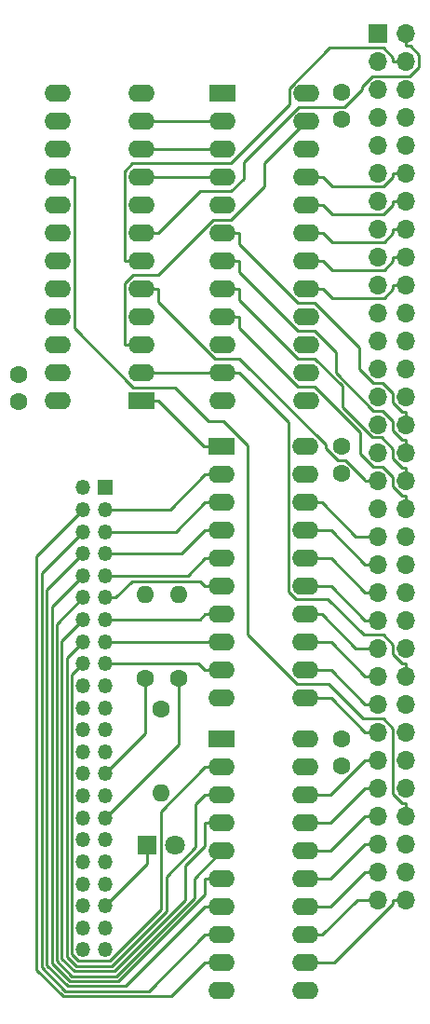
<source format=gbl>
G04 #@! TF.GenerationSoftware,KiCad,Pcbnew,8.0.7*
G04 #@! TF.CreationDate,2025-01-16T17:26:46-05:00*
G04 #@! TF.ProjectId,simple_ide,73696d70-6c65-45f6-9964-652e6b696361,rev?*
G04 #@! TF.SameCoordinates,Original*
G04 #@! TF.FileFunction,Copper,L4,Bot*
G04 #@! TF.FilePolarity,Positive*
%FSLAX46Y46*%
G04 Gerber Fmt 4.6, Leading zero omitted, Abs format (unit mm)*
G04 Created by KiCad (PCBNEW 8.0.7) date 2025-01-16 17:26:46*
%MOMM*%
%LPD*%
G01*
G04 APERTURE LIST*
G04 #@! TA.AperFunction,ComponentPad*
%ADD10O,2.400000X1.600000*%
G04 #@! TD*
G04 #@! TA.AperFunction,ComponentPad*
%ADD11R,2.400000X1.600000*%
G04 #@! TD*
G04 #@! TA.AperFunction,ComponentPad*
%ADD12C,1.600000*%
G04 #@! TD*
G04 #@! TA.AperFunction,ComponentPad*
%ADD13O,1.600000X1.600000*%
G04 #@! TD*
G04 #@! TA.AperFunction,ComponentPad*
%ADD14R,1.800000X1.800000*%
G04 #@! TD*
G04 #@! TA.AperFunction,ComponentPad*
%ADD15C,1.800000*%
G04 #@! TD*
G04 #@! TA.AperFunction,ComponentPad*
%ADD16R,1.350000X1.350000*%
G04 #@! TD*
G04 #@! TA.AperFunction,ComponentPad*
%ADD17O,1.350000X1.350000*%
G04 #@! TD*
G04 #@! TA.AperFunction,ComponentPad*
%ADD18R,1.700000X1.700000*%
G04 #@! TD*
G04 #@! TA.AperFunction,ComponentPad*
%ADD19O,1.700000X1.700000*%
G04 #@! TD*
G04 #@! TA.AperFunction,Conductor*
%ADD20C,0.250000*%
G04 #@! TD*
G04 APERTURE END LIST*
D10*
G04 #@! TO.P,IC2,24,VCC*
G04 #@! TO.N,+5V*
X149480000Y-79000000D03*
G04 #@! TO.P,IC2,23,I/O_10*
G04 #@! TO.N,~{IDECS1}*
X149480000Y-76460000D03*
G04 #@! TO.P,IC2,22,I/O_9*
G04 #@! TO.N,~{IDECS0}*
X149480000Y-73920000D03*
G04 #@! TO.P,IC2,21,I/O_8*
G04 #@! TO.N,A3*
X149480000Y-71380000D03*
G04 #@! TO.P,IC2,20,I/O_7*
G04 #@! TO.N,IDESEL*
X149480000Y-68840000D03*
G04 #@! TO.P,IC2,19,I/O_6*
G04 #@! TO.N,~{IDEWR}*
X149480000Y-66300000D03*
G04 #@! TO.P,IC2,18,I/O_5*
G04 #@! TO.N,~{IDERD}*
X149480000Y-63760000D03*
G04 #@! TO.P,IC2,17,I/O_4*
G04 #@! TO.N,~{IDEBUF}*
X149480000Y-61220000D03*
G04 #@! TO.P,IC2,16,I/O_3*
G04 #@! TO.N,DTACK*
X149480000Y-58680000D03*
G04 #@! TO.P,IC2,15,I/O_2*
G04 #@! TO.N,unconnected-(IC2-I{slash}O_2-Pad15)*
X149480000Y-56140000D03*
G04 #@! TO.P,IC2,14,I/O_1*
G04 #@! TO.N,VPA*
X149480000Y-53600000D03*
G04 #@! TO.P,IC2,13,IN_10*
G04 #@! TO.N,unconnected-(IC2-IN_10-Pad13)*
X149480000Y-51060000D03*
G04 #@! TO.P,IC2,12,GND*
G04 #@! TO.N,GND*
X157100000Y-51060000D03*
G04 #@! TO.P,IC2,11,IN_9*
G04 #@! TO.N,FC2*
X157100000Y-53600000D03*
G04 #@! TO.P,IC2,10,IN_8*
G04 #@! TO.N,FC1*
X157100000Y-56140000D03*
G04 #@! TO.P,IC2,9,IN_7*
G04 #@! TO.N,FC0*
X157100000Y-58680000D03*
G04 #@! TO.P,IC2,8,IN_6*
G04 #@! TO.N,IDERDY*
X157100000Y-61220000D03*
G04 #@! TO.P,IC2,7,IN_5*
G04 #@! TO.N,A1*
X157100000Y-63760000D03*
G04 #@! TO.P,IC2,6,IN_4*
G04 #@! TO.N,A2*
X157100000Y-66300000D03*
G04 #@! TO.P,IC2,5,IN_3*
G04 #@! TO.N,UDS*
X157100000Y-68840000D03*
G04 #@! TO.P,IC2,4,IN/PD*
G04 #@! TO.N,A4*
X157100000Y-71380000D03*
G04 #@! TO.P,IC2,3,IN_2*
G04 #@! TO.N,~{IDECS}*
X157100000Y-73920000D03*
G04 #@! TO.P,IC2,2,IN_1*
G04 #@! TO.N,AS*
X157100000Y-76460000D03*
D11*
G04 #@! TO.P,IC2,1,CLK/IN*
G04 #@! TO.N,RW*
X157100000Y-79000000D03*
G04 #@! TD*
D12*
G04 #@! TO.P,C4,2*
G04 #@! TO.N,GND*
X175350000Y-53450000D03*
G04 #@! TO.P,C4,1*
G04 #@! TO.N,+5V*
X175350000Y-50950000D03*
G04 #@! TD*
G04 #@! TO.P,R2,1*
G04 #@! TO.N,IDERDY*
X157500000Y-104210000D03*
D13*
G04 #@! TO.P,R2,2*
G04 #@! TO.N,GND*
X157500000Y-96590000D03*
G04 #@! TD*
D14*
G04 #@! TO.P,D2,1,K*
G04 #@! TO.N,~{DASP}*
X157625000Y-119400000D03*
D15*
G04 #@! TO.P,D2,2,A*
G04 #@! TO.N,Net-(D2-A)*
X160165000Y-119400000D03*
G04 #@! TD*
D12*
G04 #@! TO.P,C3,2*
G04 #@! TO.N,GND*
X146000000Y-76600000D03*
G04 #@! TO.P,C3,1*
G04 #@! TO.N,+5V*
X146000000Y-79100000D03*
G04 #@! TD*
G04 #@! TO.P,R3,1*
G04 #@! TO.N,INTRQ*
X160500000Y-104210000D03*
D13*
G04 #@! TO.P,R3,2*
G04 #@! TO.N,GND*
X160500000Y-96590000D03*
G04 #@! TD*
D12*
G04 #@! TO.P,C2,1*
G04 #@! TO.N,+5V*
X175350000Y-83135000D03*
G04 #@! TO.P,C2,2*
G04 #@! TO.N,GND*
X175350000Y-85635000D03*
G04 #@! TD*
D11*
G04 #@! TO.P,IC4,1,A->B*
G04 #@! TO.N,RW*
X164430000Y-109760000D03*
D10*
G04 #@! TO.P,IC4,2,A0*
G04 #@! TO.N,BD15*
X164430000Y-112300000D03*
G04 #@! TO.P,IC4,3,A1*
G04 #@! TO.N,BD14*
X164430000Y-114840000D03*
G04 #@! TO.P,IC4,4,A2*
G04 #@! TO.N,BD13*
X164430000Y-117380000D03*
G04 #@! TO.P,IC4,5,A3*
G04 #@! TO.N,BD12*
X164430000Y-119920000D03*
G04 #@! TO.P,IC4,6,A4*
G04 #@! TO.N,BD11*
X164430000Y-122460000D03*
G04 #@! TO.P,IC4,7,A5*
G04 #@! TO.N,BD10*
X164430000Y-125000000D03*
G04 #@! TO.P,IC4,8,A6*
G04 #@! TO.N,BD9*
X164430000Y-127540000D03*
G04 #@! TO.P,IC4,9,A7*
G04 #@! TO.N,BD8*
X164430000Y-130080000D03*
G04 #@! TO.P,IC4,10,GND*
G04 #@! TO.N,GND*
X164430000Y-132620000D03*
G04 #@! TO.P,IC4,11,B7*
G04 #@! TO.N,D0*
X172050000Y-132620000D03*
G04 #@! TO.P,IC4,12,B6*
G04 #@! TO.N,D1*
X172050000Y-130080000D03*
G04 #@! TO.P,IC4,13,B5*
G04 #@! TO.N,D2*
X172050000Y-127540000D03*
G04 #@! TO.P,IC4,14,B4*
G04 #@! TO.N,D3*
X172050000Y-125000000D03*
G04 #@! TO.P,IC4,15,B3*
G04 #@! TO.N,D4*
X172050000Y-122460000D03*
G04 #@! TO.P,IC4,16,B2*
G04 #@! TO.N,D5*
X172050000Y-119920000D03*
G04 #@! TO.P,IC4,17,B1*
G04 #@! TO.N,D6*
X172050000Y-117380000D03*
G04 #@! TO.P,IC4,18,B0*
G04 #@! TO.N,D7*
X172050000Y-114840000D03*
G04 #@! TO.P,IC4,19,CE*
G04 #@! TO.N,IDEBUF*
X172050000Y-112300000D03*
G04 #@! TO.P,IC4,20,VCC*
G04 #@! TO.N,+5V*
X172050000Y-109760000D03*
G04 #@! TD*
G04 #@! TO.P,IC1,24,VCC*
G04 #@! TO.N,+5V*
X172150000Y-51050000D03*
G04 #@! TO.P,IC1,23,I/O_10*
G04 #@! TO.N,~{IDECS}*
X172150000Y-53590000D03*
G04 #@! TO.P,IC1,22,I/O_9*
G04 #@! TO.N,A5*
X172150000Y-56130000D03*
G04 #@! TO.P,IC1,21,I/O_8*
G04 #@! TO.N,A6*
X172150000Y-58670000D03*
G04 #@! TO.P,IC1,20,I/O_7*
G04 #@! TO.N,A7*
X172150000Y-61210000D03*
G04 #@! TO.P,IC1,19,I/O_6*
G04 #@! TO.N,A8*
X172150000Y-63750000D03*
G04 #@! TO.P,IC1,18,I/O_5*
G04 #@! TO.N,A9*
X172150000Y-66290000D03*
G04 #@! TO.P,IC1,17,I/O_4*
G04 #@! TO.N,A10*
X172150000Y-68830000D03*
G04 #@! TO.P,IC1,16,I/O_3*
G04 #@! TO.N,A11*
X172150000Y-71370000D03*
G04 #@! TO.P,IC1,15,I/O_2*
G04 #@! TO.N,A12*
X172150000Y-73910000D03*
G04 #@! TO.P,IC1,14,I/O_1*
G04 #@! TO.N,A13*
X172150000Y-76450000D03*
G04 #@! TO.P,IC1,13,IN_10*
G04 #@! TO.N,A14*
X172150000Y-78990000D03*
G04 #@! TO.P,IC1,12,GND*
G04 #@! TO.N,GND*
X164530000Y-78990000D03*
G04 #@! TO.P,IC1,11,IN_9*
G04 #@! TO.N,AS*
X164530000Y-76450000D03*
G04 #@! TO.P,IC1,10,IN_8*
G04 #@! TO.N,A19*
X164530000Y-73910000D03*
G04 #@! TO.P,IC1,9,IN_7*
G04 #@! TO.N,A18*
X164530000Y-71370000D03*
G04 #@! TO.P,IC1,8,IN_6*
G04 #@! TO.N,A17*
X164530000Y-68830000D03*
G04 #@! TO.P,IC1,7,IN_5*
G04 #@! TO.N,A16*
X164530000Y-66290000D03*
G04 #@! TO.P,IC1,6,IN_4*
G04 #@! TO.N,A15*
X164530000Y-63750000D03*
G04 #@! TO.P,IC1,5,IN_3*
G04 #@! TO.N,unconnected-(IC1-IN_3-Pad5)*
X164530000Y-61210000D03*
G04 #@! TO.P,IC1,4,IN/PD*
G04 #@! TO.N,FC0*
X164530000Y-58670000D03*
G04 #@! TO.P,IC1,3,IN_2*
G04 #@! TO.N,FC1*
X164530000Y-56130000D03*
G04 #@! TO.P,IC1,2,IN_1*
G04 #@! TO.N,FC2*
X164530000Y-53590000D03*
D11*
G04 #@! TO.P,IC1,1,CLK/IN*
G04 #@! TO.N,IOSEL*
X164530000Y-51050000D03*
G04 #@! TD*
D16*
G04 #@! TO.P,J2,1,Pin_1*
G04 #@! TO.N,~{RESET}*
X153800000Y-86900000D03*
D17*
G04 #@! TO.P,J2,2,Pin_2*
G04 #@! TO.N,GND*
X151800000Y-86900000D03*
G04 #@! TO.P,J2,3,Pin_3*
G04 #@! TO.N,BD7*
X153800000Y-88900000D03*
G04 #@! TO.P,J2,4,Pin_4*
G04 #@! TO.N,BD8*
X151800000Y-88900000D03*
G04 #@! TO.P,J2,5,Pin_5*
G04 #@! TO.N,BD6*
X153800000Y-90900000D03*
G04 #@! TO.P,J2,6,Pin_6*
G04 #@! TO.N,BD9*
X151800000Y-90900000D03*
G04 #@! TO.P,J2,7,Pin_7*
G04 #@! TO.N,BD5*
X153800000Y-92900000D03*
G04 #@! TO.P,J2,8,Pin_8*
G04 #@! TO.N,BD10*
X151800000Y-92900000D03*
G04 #@! TO.P,J2,9,Pin_9*
G04 #@! TO.N,BD4*
X153800000Y-94900000D03*
G04 #@! TO.P,J2,10,Pin_10*
G04 #@! TO.N,BD11*
X151800000Y-94900000D03*
G04 #@! TO.P,J2,11,Pin_11*
G04 #@! TO.N,BD3*
X153800000Y-96900000D03*
G04 #@! TO.P,J2,12,Pin_12*
G04 #@! TO.N,BD12*
X151800000Y-96900000D03*
G04 #@! TO.P,J2,13,Pin_13*
G04 #@! TO.N,BD2*
X153800000Y-98900000D03*
G04 #@! TO.P,J2,14,Pin_14*
G04 #@! TO.N,BD13*
X151800000Y-98900000D03*
G04 #@! TO.P,J2,15,Pin_15*
G04 #@! TO.N,BD1*
X153800000Y-100900000D03*
G04 #@! TO.P,J2,16,Pin_16*
G04 #@! TO.N,BD14*
X151800000Y-100900000D03*
G04 #@! TO.P,J2,17,Pin_17*
G04 #@! TO.N,BD0*
X153800000Y-102900000D03*
G04 #@! TO.P,J2,18,Pin_18*
G04 #@! TO.N,BD15*
X151800000Y-102900000D03*
G04 #@! TO.P,J2,19,Pin_19*
G04 #@! TO.N,GND*
X153800000Y-104900000D03*
G04 #@! TO.P,J2,20,Pin_20*
G04 #@! TO.N,unconnected-(J2-Pin_20-Pad20)*
X151800000Y-104900000D03*
G04 #@! TO.P,J2,21,Pin_21*
G04 #@! TO.N,unconnected-(J2-Pin_21-Pad21)*
X153800000Y-106900000D03*
G04 #@! TO.P,J2,22,Pin_22*
G04 #@! TO.N,GND*
X151800000Y-106900000D03*
G04 #@! TO.P,J2,23,Pin_23*
G04 #@! TO.N,~{IDEWR}*
X153800000Y-108900000D03*
G04 #@! TO.P,J2,24,Pin_24*
G04 #@! TO.N,GND*
X151800000Y-108900000D03*
G04 #@! TO.P,J2,25,Pin_25*
G04 #@! TO.N,~{IDERD}*
X153800000Y-110900000D03*
G04 #@! TO.P,J2,26,Pin_26*
G04 #@! TO.N,GND*
X151800000Y-110900000D03*
G04 #@! TO.P,J2,27,Pin_27*
G04 #@! TO.N,IDERDY*
X153800000Y-112900000D03*
G04 #@! TO.P,J2,28,Pin_28*
G04 #@! TO.N,unconnected-(J2-Pin_28-Pad28)*
X151800000Y-112900000D03*
G04 #@! TO.P,J2,29,Pin_29*
G04 #@! TO.N,unconnected-(J2-Pin_29-Pad29)*
X153800000Y-114900000D03*
G04 #@! TO.P,J2,30,Pin_30*
G04 #@! TO.N,GND*
X151800000Y-114900000D03*
G04 #@! TO.P,J2,31,Pin_31*
G04 #@! TO.N,INTRQ*
X153800000Y-116900000D03*
G04 #@! TO.P,J2,32,Pin_32*
G04 #@! TO.N,unconnected-(J2-Pin_32-Pad32)*
X151800000Y-116900000D03*
G04 #@! TO.P,J2,33,Pin_33*
G04 #@! TO.N,A2*
X153800000Y-118900000D03*
G04 #@! TO.P,J2,34,Pin_34*
G04 #@! TO.N,unconnected-(J2-Pin_34-Pad34)*
X151800000Y-118900000D03*
G04 #@! TO.P,J2,35,Pin_35*
G04 #@! TO.N,A1*
X153800000Y-120900000D03*
G04 #@! TO.P,J2,36,Pin_36*
G04 #@! TO.N,A3*
X151800000Y-120900000D03*
G04 #@! TO.P,J2,37,Pin_37*
G04 #@! TO.N,~{IDECS0}*
X153800000Y-122900000D03*
G04 #@! TO.P,J2,38,Pin_38*
G04 #@! TO.N,~{IDECS1}*
X151800000Y-122900000D03*
G04 #@! TO.P,J2,39,Pin_39*
G04 #@! TO.N,~{DASP}*
X153800000Y-124900000D03*
G04 #@! TO.P,J2,40,Pin_40*
G04 #@! TO.N,GND*
X151800000Y-124900000D03*
G04 #@! TO.P,J2,41,Pin_41*
G04 #@! TO.N,+5V*
X153800000Y-126900000D03*
G04 #@! TO.P,J2,42,Pin_42*
G04 #@! TO.N,unconnected-(J2-Pin_42-Pad42)*
X151800000Y-126900000D03*
G04 #@! TO.P,J2,43,Pin_43*
G04 #@! TO.N,GND*
X153800000Y-128900000D03*
G04 #@! TO.P,J2,44,Pin_44*
G04 #@! TO.N,unconnected-(J2-Pin_44-Pad44)*
X151800000Y-128900000D03*
G04 #@! TD*
D10*
G04 #@! TO.P,IC3,20,VCC*
G04 #@! TO.N,+5V*
X172050000Y-83185000D03*
G04 #@! TO.P,IC3,19,CE*
G04 #@! TO.N,IDEBUF*
X172050000Y-85725000D03*
G04 #@! TO.P,IC3,18,B0*
G04 #@! TO.N,D15*
X172050000Y-88265000D03*
G04 #@! TO.P,IC3,17,B1*
G04 #@! TO.N,D14*
X172050000Y-90805000D03*
G04 #@! TO.P,IC3,16,B2*
G04 #@! TO.N,D13*
X172050000Y-93345000D03*
G04 #@! TO.P,IC3,15,B3*
G04 #@! TO.N,D12*
X172050000Y-95885000D03*
G04 #@! TO.P,IC3,14,B4*
G04 #@! TO.N,D11*
X172050000Y-98425000D03*
G04 #@! TO.P,IC3,13,B5*
G04 #@! TO.N,D10*
X172050000Y-100965000D03*
G04 #@! TO.P,IC3,12,B6*
G04 #@! TO.N,D9*
X172050000Y-103505000D03*
G04 #@! TO.P,IC3,11,B7*
G04 #@! TO.N,D8*
X172050000Y-106045000D03*
G04 #@! TO.P,IC3,10,GND*
G04 #@! TO.N,GND*
X164430000Y-106045000D03*
G04 #@! TO.P,IC3,9,A7*
G04 #@! TO.N,BD0*
X164430000Y-103505000D03*
G04 #@! TO.P,IC3,8,A6*
G04 #@! TO.N,BD1*
X164430000Y-100965000D03*
G04 #@! TO.P,IC3,7,A5*
G04 #@! TO.N,BD2*
X164430000Y-98425000D03*
G04 #@! TO.P,IC3,6,A4*
G04 #@! TO.N,BD3*
X164430000Y-95885000D03*
G04 #@! TO.P,IC3,5,A3*
G04 #@! TO.N,BD4*
X164430000Y-93345000D03*
G04 #@! TO.P,IC3,4,A2*
G04 #@! TO.N,BD5*
X164430000Y-90805000D03*
G04 #@! TO.P,IC3,3,A1*
G04 #@! TO.N,BD6*
X164430000Y-88265000D03*
G04 #@! TO.P,IC3,2,A0*
G04 #@! TO.N,BD7*
X164430000Y-85725000D03*
D11*
G04 #@! TO.P,IC3,1,A->B*
G04 #@! TO.N,RW*
X164430000Y-83185000D03*
G04 #@! TD*
D18*
G04 #@! TO.P,BUS1,1,Pin_1*
G04 #@! TO.N,+5V*
X178662000Y-45600300D03*
D19*
G04 #@! TO.P,BUS1,2,Pin_2*
G04 #@! TO.N,A1*
X181202000Y-45600300D03*
G04 #@! TO.P,BUS1,3,Pin_3*
G04 #@! TO.N,CPUCLK*
X178662000Y-48140300D03*
G04 #@! TO.P,BUS1,4,Pin_4*
G04 #@! TO.N,A2*
X181202000Y-48140300D03*
G04 #@! TO.P,BUS1,5,Pin_5*
G04 #@! TO.N,GND*
X178662000Y-50680300D03*
G04 #@! TO.P,BUS1,6,Pin_6*
G04 #@! TO.N,A3*
X181202000Y-50680300D03*
G04 #@! TO.P,BUS1,7,Pin_7*
G04 #@! TO.N,VPA*
X178662000Y-53220300D03*
G04 #@! TO.P,BUS1,8,Pin_8*
G04 #@! TO.N,A4*
X181202000Y-53220300D03*
G04 #@! TO.P,BUS1,9,Pin_9*
G04 #@! TO.N,E*
X178662000Y-55760300D03*
G04 #@! TO.P,BUS1,10,Pin_10*
G04 #@! TO.N,A5*
X181202000Y-55760300D03*
G04 #@! TO.P,BUS1,11,Pin_11*
G04 #@! TO.N,VMA*
X178662000Y-58300300D03*
G04 #@! TO.P,BUS1,12,Pin_12*
G04 #@! TO.N,A6*
X181202000Y-58300300D03*
G04 #@! TO.P,BUS1,13,Pin_13*
G04 #@! TO.N,MFPIEO*
X178662000Y-60840300D03*
G04 #@! TO.P,BUS1,14,Pin_14*
G04 #@! TO.N,A7*
X181202000Y-60840300D03*
G04 #@! TO.P,BUS1,15,Pin_15*
G04 #@! TO.N,IOSEL*
X178662000Y-63380300D03*
G04 #@! TO.P,BUS1,16,Pin_16*
G04 #@! TO.N,A8*
X181202000Y-63380300D03*
G04 #@! TO.P,BUS1,17,Pin_17*
G04 #@! TO.N,EXPSEL*
X178662000Y-65920300D03*
G04 #@! TO.P,BUS1,18,Pin_18*
G04 #@! TO.N,A9*
X181202000Y-65920300D03*
G04 #@! TO.P,BUS1,19,Pin_19*
G04 #@! TO.N,FC0*
X178662000Y-68460300D03*
G04 #@! TO.P,BUS1,20,Pin_20*
G04 #@! TO.N,A10*
X181202000Y-68460300D03*
G04 #@! TO.P,BUS1,21,Pin_21*
G04 #@! TO.N,FC1*
X178662000Y-71000300D03*
G04 #@! TO.P,BUS1,22,Pin_22*
G04 #@! TO.N,A11*
X181202000Y-71000300D03*
G04 #@! TO.P,BUS1,23,Pin_23*
G04 #@! TO.N,FC2*
X178662000Y-73540300D03*
G04 #@! TO.P,BUS1,24,Pin_24*
G04 #@! TO.N,A12*
X181202000Y-73540300D03*
G04 #@! TO.P,BUS1,25,Pin_25*
G04 #@! TO.N,IPL0*
X178662000Y-76080300D03*
G04 #@! TO.P,BUS1,26,Pin_26*
G04 #@! TO.N,A13*
X181202000Y-76080300D03*
G04 #@! TO.P,BUS1,27,Pin_27*
G04 #@! TO.N,IPL1*
X178662000Y-78620300D03*
G04 #@! TO.P,BUS1,28,Pin_28*
G04 #@! TO.N,A14*
X181202000Y-78620300D03*
G04 #@! TO.P,BUS1,29,Pin_29*
G04 #@! TO.N,IPL2*
X178662000Y-81160300D03*
G04 #@! TO.P,BUS1,30,Pin_30*
G04 #@! TO.N,A15*
X181202000Y-81160300D03*
G04 #@! TO.P,BUS1,31,Pin_31*
G04 #@! TO.N,LDS*
X178662000Y-83700300D03*
G04 #@! TO.P,BUS1,32,Pin_32*
G04 #@! TO.N,A16*
X181202000Y-83700300D03*
G04 #@! TO.P,BUS1,33,Pin_33*
G04 #@! TO.N,UDS*
X178662000Y-86240300D03*
G04 #@! TO.P,BUS1,34,Pin_34*
G04 #@! TO.N,A17*
X181202000Y-86240300D03*
G04 #@! TO.P,BUS1,35,Pin_35*
G04 #@! TO.N,RESET*
X178662000Y-88780300D03*
G04 #@! TO.P,BUS1,36,Pin_36*
G04 #@! TO.N,A18*
X181202000Y-88780300D03*
G04 #@! TO.P,BUS1,37,Pin_37*
G04 #@! TO.N,D15*
X178662000Y-91320300D03*
G04 #@! TO.P,BUS1,38,Pin_38*
G04 #@! TO.N,A19*
X181202000Y-91320300D03*
G04 #@! TO.P,BUS1,39,Pin_39*
G04 #@! TO.N,D14*
X178662000Y-93860300D03*
G04 #@! TO.P,BUS1,40,Pin_40*
G04 #@! TO.N,A20*
X181202000Y-93860300D03*
G04 #@! TO.P,BUS1,41,Pin_41*
G04 #@! TO.N,D13*
X178662000Y-96400300D03*
G04 #@! TO.P,BUS1,42,Pin_42*
G04 #@! TO.N,A21*
X181202000Y-96400300D03*
G04 #@! TO.P,BUS1,43,Pin_43*
G04 #@! TO.N,D12*
X178662000Y-98940300D03*
G04 #@! TO.P,BUS1,44,Pin_44*
G04 #@! TO.N,A22*
X181202000Y-98940300D03*
G04 #@! TO.P,BUS1,45,Pin_45*
G04 #@! TO.N,D11*
X178662000Y-101480300D03*
G04 #@! TO.P,BUS1,46,Pin_46*
G04 #@! TO.N,A23*
X181202000Y-101480300D03*
G04 #@! TO.P,BUS1,47,Pin_47*
G04 #@! TO.N,D10*
X178662000Y-104020300D03*
G04 #@! TO.P,BUS1,48,Pin_48*
G04 #@! TO.N,AS*
X181202000Y-104020300D03*
G04 #@! TO.P,BUS1,49,Pin_49*
G04 #@! TO.N,D9*
X178662000Y-106560300D03*
G04 #@! TO.P,BUS1,50,Pin_50*
G04 #@! TO.N,BERR*
X181202000Y-106560300D03*
G04 #@! TO.P,BUS1,51,Pin_51*
G04 #@! TO.N,D8*
X178662000Y-109100300D03*
G04 #@! TO.P,BUS1,52,Pin_52*
G04 #@! TO.N,BG*
X181202000Y-109100300D03*
G04 #@! TO.P,BUS1,53,Pin_53*
G04 #@! TO.N,D7*
X178662000Y-111640300D03*
G04 #@! TO.P,BUS1,54,Pin_54*
G04 #@! TO.N,BGACK*
X181202000Y-111640300D03*
G04 #@! TO.P,BUS1,55,Pin_55*
G04 #@! TO.N,D6*
X178662000Y-114180300D03*
G04 #@! TO.P,BUS1,56,Pin_56*
G04 #@! TO.N,BR*
X181202000Y-114180300D03*
G04 #@! TO.P,BUS1,57,Pin_57*
G04 #@! TO.N,D5*
X178662000Y-116720300D03*
G04 #@! TO.P,BUS1,58,Pin_58*
G04 #@! TO.N,DTACK*
X181202000Y-116720300D03*
G04 #@! TO.P,BUS1,59,Pin_59*
G04 #@! TO.N,D4*
X178662000Y-119260300D03*
G04 #@! TO.P,BUS1,60,Pin_60*
G04 #@! TO.N,RW*
X181202000Y-119260300D03*
G04 #@! TO.P,BUS1,61,Pin_61*
G04 #@! TO.N,D3*
X178662000Y-121800300D03*
G04 #@! TO.P,BUS1,62,Pin_62*
G04 #@! TO.N,D0*
X181202000Y-121800300D03*
G04 #@! TO.P,BUS1,63,Pin_63*
G04 #@! TO.N,D2*
X178662000Y-124340300D03*
G04 #@! TO.P,BUS1,64,Pin_64*
G04 #@! TO.N,D1*
X181202000Y-124340300D03*
G04 #@! TD*
D12*
G04 #@! TO.P,C1,1*
G04 #@! TO.N,+5V*
X175350000Y-109710000D03*
G04 #@! TO.P,C1,2*
G04 #@! TO.N,GND*
X175350000Y-112210000D03*
G04 #@! TD*
G04 #@! TO.P,R1,1*
G04 #@! TO.N,+5V*
X158900000Y-107000000D03*
D13*
G04 #@! TO.P,R1,2*
G04 #@! TO.N,Net-(D2-A)*
X158900000Y-114620000D03*
G04 #@! TD*
D20*
G04 #@! TO.N,~{IDECS}*
X168340000Y-57400000D02*
X172150000Y-53590000D01*
X168340000Y-59480800D02*
X168340000Y-57400000D01*
X165263400Y-62557400D02*
X168340000Y-59480800D01*
X163637700Y-62557400D02*
X165263400Y-62557400D01*
X158626400Y-67568700D02*
X163637700Y-62557400D01*
X156336900Y-67568700D02*
X158626400Y-67568700D01*
X155573300Y-68332300D02*
X156336900Y-67568700D01*
X155573300Y-73920000D02*
X155573300Y-68332300D01*
X157100000Y-73920000D02*
X155573300Y-73920000D01*
G04 #@! TO.N,IDERDY*
X157500000Y-109200000D02*
X157500000Y-104210000D01*
X153800000Y-112900000D02*
X157500000Y-109200000D01*
G04 #@! TO.N,FC2*
X158636700Y-53590000D02*
X158626700Y-53600000D01*
X164530000Y-53590000D02*
X158636700Y-53590000D01*
X157100000Y-53600000D02*
X158626700Y-53600000D01*
G04 #@! TO.N,FC0*
X158636700Y-58670000D02*
X158626700Y-58680000D01*
X164530000Y-58670000D02*
X158636700Y-58670000D01*
X157100000Y-58680000D02*
X158626700Y-58680000D01*
G04 #@! TO.N,FC1*
X158636700Y-56130000D02*
X158626700Y-56140000D01*
X164530000Y-56130000D02*
X158636700Y-56130000D01*
X157100000Y-56140000D02*
X158626700Y-56140000D01*
G04 #@! TO.N,BD5*
X164430000Y-90805000D02*
X162903300Y-90805000D01*
X160808300Y-92900000D02*
X153800000Y-92900000D01*
X162903300Y-90805000D02*
X160808300Y-92900000D01*
G04 #@! TO.N,BD2*
X162428300Y-98900000D02*
X162903300Y-98425000D01*
X153800000Y-98900000D02*
X162428300Y-98900000D01*
X164430000Y-98425000D02*
X162903300Y-98425000D01*
G04 #@! TO.N,BD10*
X164430000Y-125000000D02*
X162903300Y-125000000D01*
X148517200Y-96182800D02*
X151800000Y-92900000D01*
X148517200Y-130298700D02*
X148517200Y-96182800D01*
X150415000Y-132196500D02*
X148517200Y-130298700D01*
X155706800Y-132196500D02*
X150415000Y-132196500D01*
X162903300Y-125000000D02*
X155706800Y-132196500D01*
G04 #@! TO.N,BD11*
X164430000Y-122460000D02*
X162903300Y-122460000D01*
X148968900Y-97731100D02*
X151800000Y-94900000D01*
X148968900Y-130102400D02*
X148968900Y-97731100D01*
X150611300Y-131744800D02*
X148968900Y-130102400D01*
X155041500Y-131744800D02*
X150611300Y-131744800D01*
X162903200Y-123883100D02*
X155041500Y-131744800D01*
X162903200Y-122460000D02*
X162903200Y-123883100D01*
X162903300Y-122460000D02*
X162903200Y-122460000D01*
G04 #@! TO.N,BD12*
X161948500Y-122401500D02*
X164430000Y-119920000D01*
X161948500Y-124181500D02*
X161948500Y-122401500D01*
X154841200Y-131288800D02*
X161948500Y-124181500D01*
X150808700Y-131288800D02*
X154841200Y-131288800D01*
X149423800Y-129903900D02*
X150808700Y-131288800D01*
X149423800Y-99276200D02*
X149423800Y-129903900D01*
X151800000Y-96900000D02*
X149423800Y-99276200D01*
G04 #@! TO.N,BD9*
X157791400Y-132651900D02*
X162903300Y-127540000D01*
X150209000Y-132651900D02*
X157791400Y-132651900D01*
X148060300Y-130503200D02*
X150209000Y-132651900D01*
X148060300Y-94639700D02*
X148060300Y-130503200D01*
X151800000Y-90900000D02*
X148060300Y-94639700D01*
X164430000Y-127540000D02*
X162903300Y-127540000D01*
G04 #@! TO.N,BD8*
X164430000Y-130080000D02*
X162903300Y-130080000D01*
X159875900Y-133107400D02*
X162903300Y-130080000D01*
X150003000Y-133107400D02*
X159875900Y-133107400D01*
X147603400Y-130707800D02*
X150003000Y-133107400D01*
X147603400Y-93096600D02*
X147603400Y-130707800D01*
X151800000Y-88900000D02*
X147603400Y-93096600D01*
G04 #@! TO.N,BD15*
X164430000Y-112300000D02*
X162903300Y-112300000D01*
X150794400Y-103905600D02*
X151800000Y-102900000D01*
X150794400Y-129319300D02*
X150794400Y-103905600D01*
X151385200Y-129910100D02*
X150794400Y-129319300D01*
X154234800Y-129910100D02*
X151385200Y-129910100D01*
X158894900Y-125250000D02*
X154234800Y-129910100D01*
X158894900Y-116308400D02*
X158894900Y-125250000D01*
X162903300Y-112300000D02*
X158894900Y-116308400D01*
G04 #@! TO.N,BD14*
X162069700Y-115673600D02*
X162903300Y-114840000D01*
X162069700Y-119543700D02*
X162069700Y-115673600D01*
X159390200Y-122223200D02*
X162069700Y-119543700D01*
X159390200Y-125420200D02*
X159390200Y-122223200D01*
X154439000Y-130371400D02*
X159390200Y-125420200D01*
X151194500Y-130371400D02*
X154439000Y-130371400D01*
X150336600Y-129513500D02*
X151194500Y-130371400D01*
X150336600Y-102363400D02*
X150336600Y-129513500D01*
X151800000Y-100900000D02*
X150336600Y-102363400D01*
X164430000Y-114840000D02*
X162903300Y-114840000D01*
G04 #@! TO.N,~{DASP}*
X157625000Y-121075000D02*
X157625000Y-119400000D01*
X153800000Y-124900000D02*
X157625000Y-121075000D01*
G04 #@! TO.N,BD6*
X164430000Y-88265000D02*
X162903300Y-88265000D01*
X160268300Y-90900000D02*
X162903300Y-88265000D01*
X153800000Y-90900000D02*
X160268300Y-90900000D01*
G04 #@! TO.N,BD1*
X162838300Y-100900000D02*
X162903300Y-100965000D01*
X153800000Y-100900000D02*
X162838300Y-100900000D01*
X164430000Y-100965000D02*
X162903300Y-100965000D01*
G04 #@! TO.N,BD0*
X162298300Y-102900000D02*
X153800000Y-102900000D01*
X162903300Y-103505000D02*
X162298300Y-102900000D01*
X164430000Y-103505000D02*
X162903300Y-103505000D01*
G04 #@! TO.N,BD7*
X153800000Y-88900000D02*
X154300900Y-88900000D01*
X159728300Y-88900000D02*
X162903300Y-85725000D01*
X154300900Y-88900000D02*
X159728300Y-88900000D01*
X164430000Y-85725000D02*
X162903300Y-85725000D01*
G04 #@! TO.N,BD3*
X156283400Y-95418300D02*
X154801700Y-96900000D01*
X162436600Y-95418300D02*
X156283400Y-95418300D01*
X162903300Y-95885000D02*
X162436600Y-95418300D01*
X164430000Y-95885000D02*
X162903300Y-95885000D01*
X153800000Y-96900000D02*
X154801700Y-96900000D01*
G04 #@! TO.N,BD13*
X164430000Y-117380000D02*
X162903300Y-117380000D01*
X162903300Y-119455500D02*
X162903300Y-117380000D01*
X161138100Y-121220700D02*
X162903300Y-119455500D01*
X161138100Y-124335700D02*
X161138100Y-121220700D01*
X154641000Y-130832800D02*
X161138100Y-124335700D01*
X151003900Y-130832800D02*
X154641000Y-130832800D01*
X149878700Y-129707600D02*
X151003900Y-130832800D01*
X149878700Y-100821300D02*
X149878700Y-129707600D01*
X151800000Y-98900000D02*
X149878700Y-100821300D01*
G04 #@! TO.N,INTRQ*
X160500000Y-110200000D02*
X160500000Y-104210000D01*
X153800000Y-116900000D02*
X160500000Y-110200000D01*
G04 #@! TO.N,BD4*
X161348300Y-94900000D02*
X153800000Y-94900000D01*
X162903300Y-93345000D02*
X161348300Y-94900000D01*
X164430000Y-93345000D02*
X162903300Y-93345000D01*
G04 #@! TO.N,A8*
X181202000Y-63380300D02*
X180025300Y-63380300D01*
X172150000Y-63750000D02*
X173676700Y-63750000D01*
X174495000Y-64568300D02*
X173676700Y-63750000D01*
X179202600Y-64568300D02*
X174495000Y-64568300D01*
X180025300Y-63745600D02*
X179202600Y-64568300D01*
X180025300Y-63380300D02*
X180025300Y-63745600D01*
G04 #@! TO.N,A18*
X181202000Y-88780300D02*
X181202000Y-87603600D01*
X164530000Y-71370000D02*
X166056700Y-71370000D01*
X180834200Y-87603600D02*
X181202000Y-87603600D01*
X180025300Y-86794700D02*
X180834200Y-87603600D01*
X180025300Y-85902800D02*
X180025300Y-86794700D01*
X179092800Y-84970300D02*
X180025300Y-85902800D01*
X178212300Y-84970300D02*
X179092800Y-84970300D01*
X177035100Y-83793100D02*
X178212300Y-84970300D01*
X177035100Y-81869300D02*
X177035100Y-83793100D01*
X172885800Y-77720000D02*
X177035100Y-81869300D01*
X171357100Y-77720000D02*
X172885800Y-77720000D01*
X166056700Y-72419600D02*
X171357100Y-77720000D01*
X166056700Y-71370000D02*
X166056700Y-72419600D01*
G04 #@! TO.N,A9*
X174489000Y-67102300D02*
X173676700Y-66290000D01*
X179211000Y-67102300D02*
X174489000Y-67102300D01*
X180025300Y-66288000D02*
X179211000Y-67102300D01*
X180025300Y-65920300D02*
X180025300Y-66288000D01*
X181202000Y-65920300D02*
X180025300Y-65920300D01*
X172150000Y-66290000D02*
X173676700Y-66290000D01*
G04 #@! TO.N,UDS*
X178662000Y-86240300D02*
X177485300Y-86240300D01*
X157100000Y-68840000D02*
X158626700Y-68840000D01*
X158626700Y-70002900D02*
X158626700Y-68840000D01*
X163803800Y-75180000D02*
X158626700Y-70002900D01*
X166065300Y-75180000D02*
X163803800Y-75180000D01*
X173875100Y-82989800D02*
X166065300Y-75180000D01*
X173875100Y-83272900D02*
X173875100Y-82989800D01*
X174987200Y-84385000D02*
X173875100Y-83272900D01*
X175703500Y-84385000D02*
X174987200Y-84385000D01*
X177485300Y-86166800D02*
X175703500Y-84385000D01*
X177485300Y-86240300D02*
X177485300Y-86166800D01*
G04 #@! TO.N,D5*
X174285600Y-119920000D02*
X172050000Y-119920000D01*
X177485300Y-116720300D02*
X174285600Y-119920000D01*
X178662000Y-116720300D02*
X177485300Y-116720300D01*
G04 #@! TO.N,A17*
X181202000Y-86240300D02*
X181202000Y-85063600D01*
X164530000Y-68830000D02*
X166056700Y-68830000D01*
X180834200Y-85063600D02*
X181202000Y-85063600D01*
X180025300Y-84254700D02*
X180834200Y-85063600D01*
X180025300Y-83362800D02*
X180025300Y-84254700D01*
X178999500Y-82337000D02*
X180025300Y-83362800D01*
X178141600Y-82337000D02*
X178999500Y-82337000D01*
X175385800Y-79581200D02*
X178141600Y-82337000D01*
X175385800Y-77682100D02*
X175385800Y-79581200D01*
X172883700Y-75180000D02*
X175385800Y-77682100D01*
X171357100Y-75180000D02*
X172883700Y-75180000D01*
X166056700Y-69879600D02*
X171357100Y-75180000D01*
X166056700Y-68830000D02*
X166056700Y-69879600D01*
G04 #@! TO.N,D10*
X178662000Y-104020300D02*
X177485300Y-104020300D01*
X174430000Y-100965000D02*
X177485300Y-104020300D01*
X172050000Y-100965000D02*
X174430000Y-100965000D01*
G04 #@! TO.N,D6*
X174285600Y-117380000D02*
X172050000Y-117380000D01*
X177485300Y-114180300D02*
X174285600Y-117380000D01*
X178662000Y-114180300D02*
X177485300Y-114180300D01*
G04 #@! TO.N,A1*
X162446700Y-59940000D02*
X158626700Y-63760000D01*
X165300100Y-59940000D02*
X162446700Y-59940000D01*
X166428000Y-58812100D02*
X165300100Y-59940000D01*
X166428000Y-57312900D02*
X166428000Y-58812100D01*
X171420900Y-52320000D02*
X166428000Y-57312900D01*
X175583500Y-52320000D02*
X171420900Y-52320000D01*
X177205800Y-50697700D02*
X175583500Y-52320000D01*
X177205800Y-50472300D02*
X177205800Y-50697700D01*
X178174500Y-49503600D02*
X177205800Y-50472300D01*
X181532300Y-49503600D02*
X178174500Y-49503600D01*
X182379500Y-48656400D02*
X181532300Y-49503600D01*
X182379500Y-47586800D02*
X182379500Y-48656400D01*
X181569700Y-46777000D02*
X182379500Y-47586800D01*
X181202000Y-46777000D02*
X181569700Y-46777000D01*
X157100000Y-63760000D02*
X158626700Y-63760000D01*
X181202000Y-45600300D02*
X181202000Y-46777000D01*
G04 #@! TO.N,D7*
X174359100Y-114840000D02*
X172050000Y-114840000D01*
X177485300Y-111713800D02*
X174359100Y-114840000D01*
X177485300Y-111640300D02*
X177485300Y-111713800D01*
X178662000Y-111640300D02*
X177485300Y-111640300D01*
G04 #@! TO.N,D14*
X178662000Y-93860300D02*
X177485300Y-93860300D01*
X174430000Y-90805000D02*
X177485300Y-93860300D01*
X172050000Y-90805000D02*
X174430000Y-90805000D01*
G04 #@! TO.N,AS*
X157100000Y-76460000D02*
X158626700Y-76460000D01*
X158636700Y-76450000D02*
X158626700Y-76460000D01*
X164530000Y-76450000D02*
X158636700Y-76450000D01*
X164530000Y-76450000D02*
X166056700Y-76450000D01*
X181202000Y-104020300D02*
X181202000Y-102843600D01*
X180834200Y-102843600D02*
X181202000Y-102843600D01*
X180025300Y-102034700D02*
X180834200Y-102843600D01*
X180025300Y-101178800D02*
X180025300Y-102034700D01*
X179132500Y-100286000D02*
X180025300Y-101178800D01*
X177359600Y-100286000D02*
X179132500Y-100286000D01*
X174085300Y-97011700D02*
X177359600Y-100286000D01*
X171183200Y-97011700D02*
X174085300Y-97011700D01*
X170523300Y-96351800D02*
X171183200Y-97011700D01*
X170523300Y-80916600D02*
X170523300Y-96351800D01*
X166056700Y-76450000D02*
X170523300Y-80916600D01*
G04 #@! TO.N,D9*
X174430000Y-103505000D02*
X172050000Y-103505000D01*
X177485300Y-106560300D02*
X174430000Y-103505000D01*
X178662000Y-106560300D02*
X177485300Y-106560300D01*
G04 #@! TO.N,D4*
X174285600Y-122460000D02*
X172050000Y-122460000D01*
X177485300Y-119260300D02*
X174285600Y-122460000D01*
X178662000Y-119260300D02*
X177485300Y-119260300D01*
G04 #@! TO.N,D1*
X174653300Y-130080000D02*
X172050000Y-130080000D01*
X180025300Y-124708000D02*
X174653300Y-130080000D01*
X180025300Y-124340300D02*
X180025300Y-124708000D01*
X181202000Y-124340300D02*
X180025300Y-124340300D01*
G04 #@! TO.N,D8*
X174430000Y-106045000D02*
X172050000Y-106045000D01*
X177485300Y-109100300D02*
X174430000Y-106045000D01*
X178662000Y-109100300D02*
X177485300Y-109100300D01*
G04 #@! TO.N,RW*
X162811700Y-83185000D02*
X158626700Y-79000000D01*
X164430000Y-83185000D02*
X162811700Y-83185000D01*
X157100000Y-79000000D02*
X158626700Y-79000000D01*
G04 #@! TO.N,D11*
X172050000Y-98425000D02*
X173576700Y-98425000D01*
X176632000Y-101480300D02*
X173576700Y-98425000D01*
X178662000Y-101480300D02*
X176632000Y-101480300D01*
G04 #@! TO.N,DTACK*
X151006700Y-72394600D02*
X151006700Y-58680000D01*
X156414600Y-77802500D02*
X151006700Y-72394600D01*
X160185200Y-77802500D02*
X156414600Y-77802500D01*
X163206600Y-80823900D02*
X160185200Y-77802500D01*
X164585600Y-80823900D02*
X163206600Y-80823900D01*
X166787400Y-83025700D02*
X164585600Y-80823900D01*
X166787400Y-100264700D02*
X166787400Y-83025700D01*
X171297700Y-104775000D02*
X166787400Y-100264700D01*
X174142500Y-104775000D02*
X171297700Y-104775000D01*
X177273500Y-107906000D02*
X174142500Y-104775000D01*
X179132500Y-107906000D02*
X177273500Y-107906000D01*
X180025300Y-108798800D02*
X179132500Y-107906000D01*
X180025300Y-114734700D02*
X180025300Y-108798800D01*
X180834200Y-115543600D02*
X180025300Y-114734700D01*
X181202000Y-115543600D02*
X180834200Y-115543600D01*
X181202000Y-116720300D02*
X181202000Y-115543600D01*
X149480000Y-58680000D02*
X151006700Y-58680000D01*
G04 #@! TO.N,A7*
X174520600Y-62053900D02*
X173676700Y-61210000D01*
X179179400Y-62053900D02*
X174520600Y-62053900D01*
X180025300Y-61208000D02*
X179179400Y-62053900D01*
X180025300Y-60840300D02*
X180025300Y-61208000D01*
X181202000Y-60840300D02*
X180025300Y-60840300D01*
X172150000Y-61210000D02*
X173676700Y-61210000D01*
G04 #@! TO.N,D2*
X176776400Y-124340300D02*
X173576700Y-127540000D01*
X178662000Y-124340300D02*
X176776400Y-124340300D01*
X172050000Y-127540000D02*
X173576700Y-127540000D01*
G04 #@! TO.N,D3*
X174285600Y-125000000D02*
X172050000Y-125000000D01*
X177485300Y-121800300D02*
X174285600Y-125000000D01*
X178662000Y-121800300D02*
X177485300Y-121800300D01*
G04 #@! TO.N,A15*
X181202000Y-81160300D02*
X181202000Y-79983600D01*
X164530000Y-63750000D02*
X166056700Y-63750000D01*
X180834200Y-79983600D02*
X181202000Y-79983600D01*
X180025300Y-79174700D02*
X180834200Y-79983600D01*
X180025300Y-78282800D02*
X180025300Y-79174700D01*
X179092800Y-77350300D02*
X180025300Y-78282800D01*
X178227700Y-77350300D02*
X179092800Y-77350300D01*
X176978900Y-76101500D02*
X178227700Y-77350300D01*
X176978900Y-74202400D02*
X176978900Y-76101500D01*
X172878000Y-70101500D02*
X176978900Y-74202400D01*
X171358600Y-70101500D02*
X172878000Y-70101500D01*
X166056700Y-64799600D02*
X171358600Y-70101500D01*
X166056700Y-63750000D02*
X166056700Y-64799600D01*
G04 #@! TO.N,D15*
X176632000Y-91320300D02*
X173576700Y-88265000D01*
X178662000Y-91320300D02*
X176632000Y-91320300D01*
X172050000Y-88265000D02*
X173576700Y-88265000D01*
G04 #@! TO.N,A6*
X174520600Y-59513900D02*
X173676700Y-58670000D01*
X179179400Y-59513900D02*
X174520600Y-59513900D01*
X180025300Y-58668000D02*
X179179400Y-59513900D01*
X180025300Y-58300300D02*
X180025300Y-58668000D01*
X181202000Y-58300300D02*
X180025300Y-58300300D01*
X172150000Y-58670000D02*
X173676700Y-58670000D01*
G04 #@! TO.N,D13*
X174430000Y-93345000D02*
X172050000Y-93345000D01*
X177485300Y-96400300D02*
X174430000Y-93345000D01*
X178662000Y-96400300D02*
X177485300Y-96400300D01*
G04 #@! TO.N,A16*
X181202000Y-83700300D02*
X181202000Y-82523600D01*
X164530000Y-66290000D02*
X166056700Y-66290000D01*
X180834200Y-82523600D02*
X181202000Y-82523600D01*
X180025300Y-81714700D02*
X180834200Y-82523600D01*
X180025300Y-80822800D02*
X180025300Y-81714700D01*
X179092800Y-79890300D02*
X180025300Y-80822800D01*
X178232800Y-79890300D02*
X179092800Y-79890300D01*
X174802400Y-76459900D02*
X178232800Y-79890300D01*
X174802400Y-74561700D02*
X174802400Y-76459900D01*
X172882200Y-72641500D02*
X174802400Y-74561700D01*
X171358600Y-72641500D02*
X172882200Y-72641500D01*
X166056700Y-67339600D02*
X171358600Y-72641500D01*
X166056700Y-66290000D02*
X166056700Y-67339600D01*
G04 #@! TO.N,A10*
X174496400Y-69649700D02*
X173676700Y-68830000D01*
X179203600Y-69649700D02*
X174496400Y-69649700D01*
X180025300Y-68828000D02*
X179203600Y-69649700D01*
X180025300Y-68460300D02*
X180025300Y-68828000D01*
X181202000Y-68460300D02*
X180025300Y-68460300D01*
X172150000Y-68830000D02*
X173676700Y-68830000D01*
G04 #@! TO.N,D12*
X174430000Y-95885000D02*
X172050000Y-95885000D01*
X177485300Y-98940300D02*
X174430000Y-95885000D01*
X178662000Y-98940300D02*
X177485300Y-98940300D01*
G04 #@! TO.N,A2*
X157100000Y-66300000D02*
X155573300Y-66300000D01*
X181202000Y-48140300D02*
X180025300Y-48140300D01*
X155573300Y-58141800D02*
X155573300Y-66300000D01*
X156305100Y-57410000D02*
X155573300Y-58141800D01*
X165243500Y-57410000D02*
X156305100Y-57410000D01*
X170560200Y-52093300D02*
X165243500Y-57410000D01*
X170560200Y-50637900D02*
X170560200Y-52093300D01*
X174252400Y-46945700D02*
X170560200Y-50637900D01*
X179144200Y-46945700D02*
X174252400Y-46945700D01*
X180025300Y-47826800D02*
X179144200Y-46945700D01*
X180025300Y-48140300D02*
X180025300Y-47826800D01*
G04 #@! TD*
M02*

</source>
